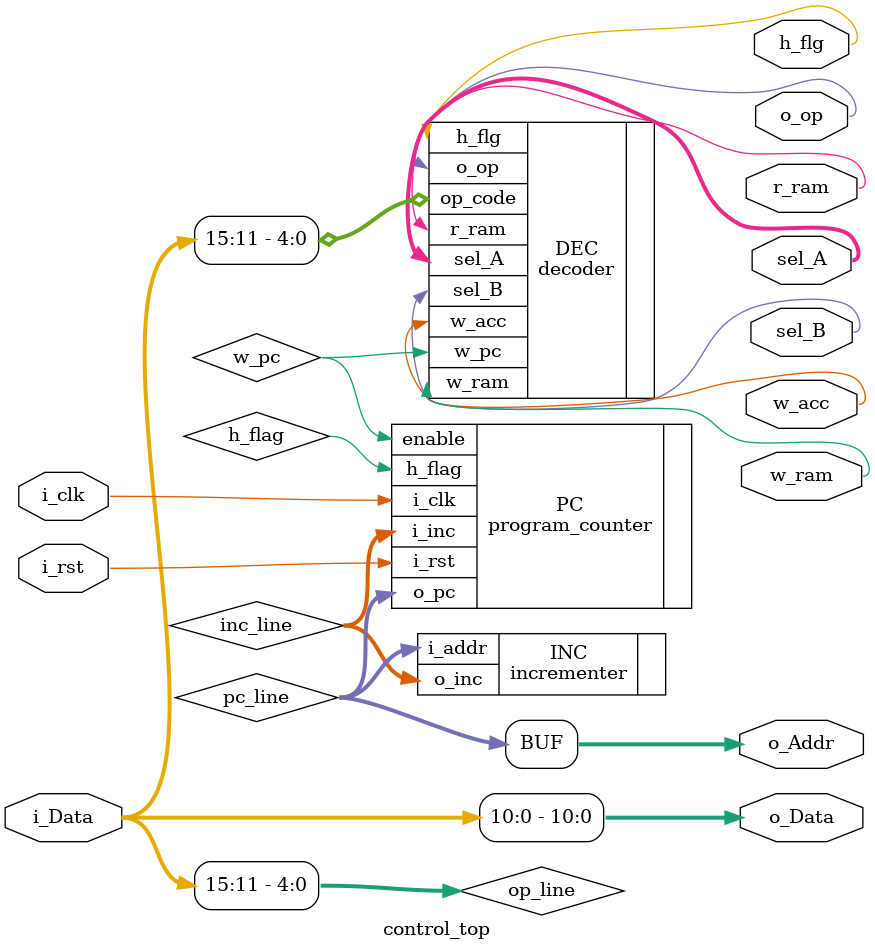
<source format=v>
`timescale 10ns / 10ns

module control_top  #(
    parameter   BITS    =   16              ,
    parameter   DTBITS  =   BITS - 5        ,
    parameter   OPBITS  =   BITS - DTBITS
)
(
    input   wire        i_clk   ,   i_rst   ,
    input   wire    [BITS-1:0]      i_Data  ,
    output  wire    [DTBITS-1:0]    o_Data  ,
    output  wire    [DTBITS-1:0]    o_Addr  ,
    output  wire    [1:0]           sel_A   ,
    output  wire    sel_B,  o_op,   h_flg   ,
    output  wire    w_acc,  w_ram,  r_ram
);

wire    [DTBITS-1:0]                pc_line ;
wire    [DTBITS-1:0]                inc_line;
wire    [OPBITS-1:0]                op_line ;
wire                                w_pc    ;


assign  o_Data  =   i_Data[DTBITS-1:0]      ;
assign  op_line =   i_Data[BITS-1:DTBITS]   ;
assign  o_Addr  =                   pc_line ;

incrementer
#(
    .MSB        (DTBITS)
)   INC
(
    .i_addr     (pc_line)       ,
    .o_inc      (inc_line)
);

program_counter
#(
    .MSB        (DTBITS)
)    PC
(
    .i_rst      (i_rst)         ,
    .i_clk      (i_clk)         ,
    .enable     (w_pc)          ,
    .h_flag     (h_flag)        ,
    .i_inc      (inc_line)      ,
    .o_pc       (pc_line)
);

decoder
#(
    .OPBTS      (OPBITS)
)    DEC
(
    .op_code    (op_line)       ,
    .sel_A      (sel_A)         ,
    .sel_B      (sel_B)         ,
    .w_acc      (w_acc)         ,
    .w_ram      (w_ram)         ,
    .o_op       (o_op)          ,
    .r_ram      (r_ram)         ,
    .h_flg      (h_flg)         ,
    .w_pc       (w_pc)
);

endmodule

</source>
